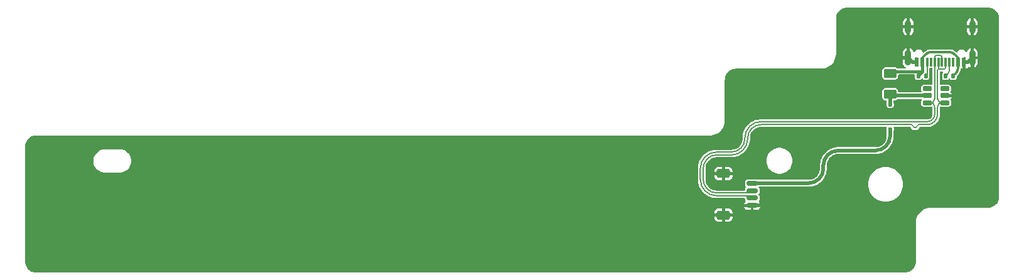
<source format=gbr>
%TF.GenerationSoftware,KiCad,Pcbnew,8.0.2*%
%TF.CreationDate,2024-11-08T17:25:48-08:00*%
%TF.ProjectId,gh80-5000-daughterboard,67683830-2d35-4303-9030-2d6461756768,rev?*%
%TF.SameCoordinates,Original*%
%TF.FileFunction,Copper,L1,Top*%
%TF.FilePolarity,Positive*%
%FSLAX46Y46*%
G04 Gerber Fmt 4.6, Leading zero omitted, Abs format (unit mm)*
G04 Created by KiCad (PCBNEW 8.0.2) date 2024-11-08 17:25:48*
%MOMM*%
%LPD*%
G01*
G04 APERTURE LIST*
G04 Aperture macros list*
%AMRoundRect*
0 Rectangle with rounded corners*
0 $1 Rounding radius*
0 $2 $3 $4 $5 $6 $7 $8 $9 X,Y pos of 4 corners*
0 Add a 4 corners polygon primitive as box body*
4,1,4,$2,$3,$4,$5,$6,$7,$8,$9,$2,$3,0*
0 Add four circle primitives for the rounded corners*
1,1,$1+$1,$2,$3*
1,1,$1+$1,$4,$5*
1,1,$1+$1,$6,$7*
1,1,$1+$1,$8,$9*
0 Add four rect primitives between the rounded corners*
20,1,$1+$1,$2,$3,$4,$5,0*
20,1,$1+$1,$4,$5,$6,$7,0*
20,1,$1+$1,$6,$7,$8,$9,0*
20,1,$1+$1,$8,$9,$2,$3,0*%
G04 Aperture macros list end*
%TA.AperFunction,SMDPad,CuDef*%
%ADD10RoundRect,0.250000X-0.625000X0.375000X-0.625000X-0.375000X0.625000X-0.375000X0.625000X0.375000X0*%
%TD*%
%TA.AperFunction,SMDPad,CuDef*%
%ADD11RoundRect,0.135000X0.135000X0.185000X-0.135000X0.185000X-0.135000X-0.185000X0.135000X-0.185000X0*%
%TD*%
%TA.AperFunction,SMDPad,CuDef*%
%ADD12R,0.600000X1.150000*%
%TD*%
%TA.AperFunction,SMDPad,CuDef*%
%ADD13R,0.300000X1.150000*%
%TD*%
%TA.AperFunction,ComponentPad*%
%ADD14O,0.900000X2.100000*%
%TD*%
%TA.AperFunction,ComponentPad*%
%ADD15O,0.900000X1.800000*%
%TD*%
%TA.AperFunction,SMDPad,CuDef*%
%ADD16RoundRect,0.150000X-0.625000X0.150000X-0.625000X-0.150000X0.625000X-0.150000X0.625000X0.150000X0*%
%TD*%
%TA.AperFunction,SMDPad,CuDef*%
%ADD17RoundRect,0.250000X-0.650000X0.350000X-0.650000X-0.350000X0.650000X-0.350000X0.650000X0.350000X0*%
%TD*%
%TA.AperFunction,SMDPad,CuDef*%
%ADD18RoundRect,0.135000X-0.135000X-0.185000X0.135000X-0.185000X0.135000X0.185000X-0.135000X0.185000X0*%
%TD*%
%TA.AperFunction,SMDPad,CuDef*%
%ADD19RoundRect,0.150000X0.475000X0.150000X-0.475000X0.150000X-0.475000X-0.150000X0.475000X-0.150000X0*%
%TD*%
%TA.AperFunction,ViaPad*%
%ADD20C,0.600000*%
%TD*%
%TA.AperFunction,Conductor*%
%ADD21C,0.200000*%
%TD*%
%TA.AperFunction,Conductor*%
%ADD22C,0.500000*%
%TD*%
%TA.AperFunction,Conductor*%
%ADD23C,0.400000*%
%TD*%
%TA.AperFunction,Conductor*%
%ADD24C,0.300000*%
%TD*%
G04 APERTURE END LIST*
D10*
%TO.P,F1,1*%
%TO.N,VBUS*%
X184000000Y-53800000D03*
%TO.P,F1,2*%
%TO.N,+5V*%
X184000000Y-56600000D03*
%TD*%
D11*
%TO.P,R11,1*%
%TO.N,Net-(J3-CC2)*%
X188810000Y-54150000D03*
%TO.P,R11,2*%
%TO.N,VBUS*%
X187790000Y-54150000D03*
%TD*%
D12*
%TO.P,J3,A1,GND*%
%TO.N,GND*%
X193950000Y-52247800D03*
%TO.P,J3,A4,VBUS*%
%TO.N,VBUS*%
X193149900Y-52247800D03*
D13*
%TO.P,J3,A5,CC1*%
%TO.N,Net-(J3-CC1)*%
X192000100Y-52247800D03*
%TO.P,J3,A6,D+*%
%TO.N,D+*%
X191000100Y-52247800D03*
%TO.P,J3,A7,D-*%
%TO.N,D-*%
X190499900Y-52247800D03*
%TO.P,J3,A8,SBU1*%
%TO.N,unconnected-(J3-SBU1-PadA8)*%
X189499900Y-52247800D03*
D12*
%TO.P,J3,A9,VBUS*%
%TO.N,VBUS*%
X188350100Y-52247800D03*
%TO.P,J3,A12,GND*%
%TO.N,GND*%
X187550000Y-52247800D03*
%TO.P,J3,B1,GND*%
X187550000Y-52247800D03*
%TO.P,J3,B4,VBUS*%
%TO.N,VBUS*%
X188350100Y-52247800D03*
D13*
%TO.P,J3,B5,CC2*%
%TO.N,Net-(J3-CC2)*%
X189000100Y-52247800D03*
%TO.P,J3,B6,D+*%
%TO.N,D+*%
X190000100Y-52247800D03*
%TO.P,J3,B7,D-*%
%TO.N,D-*%
X191499900Y-52247800D03*
%TO.P,J3,B8,SBU2*%
%TO.N,unconnected-(J3-SBU2-PadB8)*%
X192499900Y-52247800D03*
D12*
%TO.P,J3,B9,VBUS*%
%TO.N,VBUS*%
X193149900Y-52247800D03*
%TO.P,J3,B12,GND*%
%TO.N,GND*%
X193950000Y-52247800D03*
D14*
%TO.P,J3,S1,SHIELD*%
X195069900Y-51682600D03*
D15*
X195069900Y-47502800D03*
D14*
X186430100Y-51682600D03*
D15*
X186430100Y-47502800D03*
%TD*%
D16*
%TO.P,J1,1,Pin_1*%
%TO.N,+5V*%
X165400000Y-68600000D03*
%TO.P,J1,2,Pin_2*%
%TO.N,D-*%
X165400000Y-69600000D03*
%TO.P,J1,3,Pin_3*%
%TO.N,D+*%
X165400000Y-70600000D03*
%TO.P,J1,4,Pin_4*%
%TO.N,GND*%
X165400000Y-71600000D03*
D17*
%TO.P,J1,MP,MountPin*%
X161525000Y-67300000D03*
X161525000Y-72900000D03*
%TD*%
D18*
%TO.P,R13,1*%
%TO.N,Net-(J3-CC1)*%
X191490000Y-54150000D03*
%TO.P,R13,2*%
%TO.N,VBUS*%
X192510000Y-54150000D03*
%TD*%
D19*
%TO.P,U6,1,IO1*%
%TO.N,D-*%
X191375000Y-57750000D03*
%TO.P,U6,2,VN*%
%TO.N,GND*%
X191375000Y-56800000D03*
%TO.P,U6,3,IO2*%
%TO.N,unconnected-(U6-IO2-Pad3)*%
X191375000Y-55850000D03*
%TO.P,U6,4,IO3*%
%TO.N,unconnected-(U6-IO3-Pad4)*%
X189025000Y-55850000D03*
%TO.P,U6,5,VP*%
%TO.N,+5V*%
X189025000Y-56800000D03*
%TO.P,U6,6,IO4*%
%TO.N,D+*%
X189025000Y-57750000D03*
%TD*%
D20*
%TO.N,GND*%
X195050000Y-53250000D03*
X167200000Y-71600000D03*
X183137549Y-61356217D03*
X184815617Y-59659400D03*
X188900000Y-55000000D03*
X161500000Y-67300000D03*
X191300000Y-55000000D03*
X189200000Y-59000000D03*
X191100000Y-59000000D03*
X185300000Y-51700000D03*
X184824992Y-61374966D03*
X183193797Y-59640650D03*
X161500000Y-73000000D03*
%TO.N,+5V*%
X184000000Y-58000000D03*
X184000000Y-61300000D03*
%TD*%
D21*
%TO.N,D-*%
X160600000Y-69900000D02*
X165400000Y-69900000D01*
X158800000Y-66600000D02*
X158800000Y-68100000D01*
X165400000Y-69900000D02*
X165400000Y-69600000D01*
X187463441Y-61110000D02*
X187273441Y-61110000D01*
X186242247Y-60700000D02*
X166600000Y-60700000D01*
X190499900Y-53250000D02*
X190499900Y-52247800D01*
X190750001Y-57750000D02*
X191375000Y-57750000D01*
X164800000Y-62500000D02*
X164800000Y-62600000D01*
X190499900Y-52247800D02*
X190499900Y-53200200D01*
X190400100Y-53300000D02*
X190400100Y-57192992D01*
X190750001Y-57750000D02*
X190546546Y-57953455D01*
X162600000Y-64800000D02*
X160600000Y-64800000D01*
X190499900Y-53200200D02*
X190400100Y-53300000D01*
X190546547Y-57546546D02*
X190750001Y-57750000D01*
X190400100Y-58307008D02*
X190400100Y-59300000D01*
X186863441Y-60700000D02*
X186673441Y-60700000D01*
X191499900Y-52247800D02*
X191499900Y-52950000D01*
X186673441Y-60700000D02*
X186242247Y-60700000D01*
X189000100Y-60700000D02*
X187873441Y-60700000D01*
X191199900Y-53250000D02*
X190499900Y-53250000D01*
X190400100Y-57192992D02*
G75*
G03*
X190546543Y-57546550I500000J-8D01*
G01*
X190400100Y-59300000D02*
G75*
G02*
X189000100Y-60700000I-1400000J0D01*
G01*
X187873441Y-60700000D02*
G75*
G03*
X187668400Y-60905000I-41J-205000D01*
G01*
X187068441Y-60905000D02*
G75*
G03*
X186863441Y-60699959I-205041J0D01*
G01*
X187668441Y-60905000D02*
G75*
G02*
X187463441Y-61110041I-205041J0D01*
G01*
X158800000Y-68100000D02*
G75*
G03*
X160600000Y-69900000I1800000J0D01*
G01*
X166600000Y-60700000D02*
G75*
G03*
X164800000Y-62500000I0J-1800000D01*
G01*
X160600000Y-64800000D02*
G75*
G03*
X158800000Y-66600000I0J-1800000D01*
G01*
X191499900Y-52950000D02*
G75*
G02*
X191199900Y-53250000I-300000J0D01*
G01*
X164800000Y-62600000D02*
G75*
G02*
X162600000Y-64800000I-2200000J0D01*
G01*
X187273441Y-61110000D02*
G75*
G02*
X187068400Y-60905000I-41J205000D01*
G01*
X190546546Y-57953455D02*
G75*
G03*
X190400106Y-58307008I353554J-353545D01*
G01*
D22*
%TO.N,GND*%
X195069900Y-53230100D02*
X195050000Y-53250000D01*
X193950000Y-52247800D02*
X194504700Y-52247800D01*
X195069900Y-51682600D02*
X195069900Y-53230100D01*
X194504700Y-52247800D02*
X195069900Y-51682600D01*
X185300000Y-51682600D02*
X185300000Y-51700000D01*
X186995300Y-52247800D02*
X186430100Y-51682600D01*
X165400000Y-71600000D02*
X167200000Y-71600000D01*
D23*
X187550000Y-52247800D02*
X187550000Y-52450000D01*
D22*
X186430100Y-51682600D02*
X185300000Y-51682600D01*
X187550000Y-52247800D02*
X186995300Y-52247800D01*
D21*
%TO.N,D+*%
X165400000Y-70300000D02*
X165400000Y-70600000D01*
X188999999Y-60300000D02*
X166600000Y-60300000D01*
X190000100Y-52247800D02*
X190000100Y-51650000D01*
X189853653Y-57546346D02*
X189649999Y-57750000D01*
X189853552Y-57953553D02*
X189649999Y-57750000D01*
X160600000Y-70300000D02*
X165400000Y-70300000D01*
X164400000Y-62500000D02*
X164400000Y-62600000D01*
X191000100Y-51650000D02*
X191000100Y-52247800D01*
X158400000Y-66600000D02*
X158400000Y-68100000D01*
X190000100Y-52247800D02*
X190000100Y-57192792D01*
X189649999Y-57750000D02*
X189025000Y-57750000D01*
X189999999Y-59300000D02*
X189999999Y-58307107D01*
X162600000Y-64400000D02*
X160600000Y-64400000D01*
X190300100Y-51350000D02*
X190700100Y-51350000D01*
X189853653Y-57546346D02*
G75*
G03*
X190000094Y-57192792I-353553J353546D01*
G01*
X162600000Y-64400000D02*
G75*
G03*
X164400000Y-62600000I0J1800000D01*
G01*
X166600000Y-60300000D02*
G75*
G03*
X164400000Y-62500000I0J-2200000D01*
G01*
X160600000Y-64400000D02*
G75*
G03*
X158400000Y-66600000I0J-2200000D01*
G01*
X190700100Y-51350000D02*
G75*
G02*
X191000100Y-51650000I0J-300000D01*
G01*
X190300100Y-51350000D02*
G75*
G03*
X190000100Y-51650000I0J-300000D01*
G01*
X189999999Y-59300000D02*
G75*
G02*
X188999999Y-60299999I-999999J0D01*
G01*
X189999999Y-58307107D02*
G75*
G03*
X189853555Y-57953550I-499999J7D01*
G01*
X158400000Y-68100000D02*
G75*
G03*
X160600000Y-70300000I2200000J0D01*
G01*
D22*
%TO.N,+5V*%
X173000000Y-68600000D02*
X165400000Y-68600000D01*
X184000000Y-61800000D02*
X184000000Y-62200000D01*
X182000000Y-64200000D02*
X177000000Y-64200000D01*
X184000000Y-58000000D02*
X184000000Y-56600000D01*
X184000000Y-61800000D02*
X184000000Y-61300000D01*
X184000000Y-56600000D02*
X184000000Y-56800000D01*
X175000000Y-66200000D02*
X175000000Y-66600000D01*
X184000000Y-56800000D02*
X189025000Y-56800000D01*
X173000000Y-68600000D02*
G75*
G03*
X175000000Y-66600000I0J2000000D01*
G01*
X175000000Y-66200000D02*
G75*
G02*
X177000000Y-64200000I2000000J0D01*
G01*
X182000000Y-64200000D02*
G75*
G03*
X184000000Y-62200000I0J2000000D01*
G01*
D23*
%TO.N,VBUS*%
X184000000Y-53529554D02*
X184000000Y-53800000D01*
X188350100Y-53529554D02*
X187790000Y-54089654D01*
D24*
X193149900Y-51657905D02*
X193149900Y-52247800D01*
D23*
X188350100Y-52247800D02*
X188350100Y-53529554D01*
X187790000Y-54089654D02*
X187790000Y-54150000D01*
D24*
X193149900Y-52247800D02*
X193149900Y-53095886D01*
D23*
X188350100Y-53529554D02*
X184000000Y-53529554D01*
D24*
X192857007Y-53802993D02*
X192510000Y-54150000D01*
X192743467Y-51251472D02*
X193149900Y-51657905D01*
X188350100Y-52247800D02*
X188350100Y-51658105D01*
X188350100Y-51658105D02*
X188756733Y-51251472D01*
X189605261Y-50900000D02*
X191894939Y-50900000D01*
X193149900Y-53095886D02*
G75*
G02*
X192857014Y-53803000I-1000000J-14D01*
G01*
X188756733Y-51251472D02*
G75*
G02*
X189605261Y-50899973I848567J-848528D01*
G01*
X191894939Y-50900000D02*
G75*
G02*
X192743448Y-51251491I-39J-1200000D01*
G01*
D21*
%TO.N,Net-(J3-CC2)*%
X189000100Y-52247800D02*
X189000100Y-53959900D01*
X189000100Y-53959900D02*
X188810000Y-54150000D01*
%TO.N,Net-(J3-CC1)*%
X192000100Y-52247800D02*
X192000100Y-53225686D01*
X191707207Y-53932793D02*
X191490000Y-54150000D01*
X191707207Y-53932793D02*
G75*
G03*
X192000090Y-53225686I-707107J707093D01*
G01*
%TD*%
%TA.AperFunction,Conductor*%
%TO.N,GND*%
G36*
X183490698Y-61019407D02*
G01*
X183526662Y-61068907D01*
X183526662Y-61130093D01*
X183522560Y-61140627D01*
X183514834Y-61157543D01*
X183494353Y-61299997D01*
X183494353Y-61300002D01*
X183514833Y-61442454D01*
X183528276Y-61471887D01*
X183540553Y-61498771D01*
X183549500Y-61539897D01*
X183549500Y-62196460D01*
X183549248Y-62203523D01*
X183534233Y-62413453D01*
X183532223Y-62427434D01*
X183488238Y-62629629D01*
X183484258Y-62643182D01*
X183411949Y-62837051D01*
X183406081Y-62849900D01*
X183306915Y-63031508D01*
X183299279Y-63043390D01*
X183175279Y-63209035D01*
X183166029Y-63219711D01*
X183019711Y-63366029D01*
X183009035Y-63375279D01*
X182843390Y-63499279D01*
X182831508Y-63506915D01*
X182649900Y-63606081D01*
X182637051Y-63611949D01*
X182443182Y-63684258D01*
X182429629Y-63688238D01*
X182227434Y-63732223D01*
X182213453Y-63734233D01*
X182003523Y-63749248D01*
X181996460Y-63749500D01*
X176851760Y-63749500D01*
X176557489Y-63785232D01*
X176557473Y-63785234D01*
X176269641Y-63856178D01*
X175992445Y-63961305D01*
X175729942Y-64099077D01*
X175729941Y-64099078D01*
X175485982Y-64267470D01*
X175485954Y-64267492D01*
X175264081Y-64464055D01*
X175264055Y-64464081D01*
X175067492Y-64685954D01*
X175067470Y-64685982D01*
X174899078Y-64929941D01*
X174899077Y-64929942D01*
X174761305Y-65192445D01*
X174656178Y-65469641D01*
X174585234Y-65757473D01*
X174585232Y-65757489D01*
X174549500Y-66051760D01*
X174549500Y-66596460D01*
X174549248Y-66603523D01*
X174534233Y-66813453D01*
X174532223Y-66827434D01*
X174488238Y-67029629D01*
X174484258Y-67043182D01*
X174411949Y-67237051D01*
X174406081Y-67249900D01*
X174306915Y-67431508D01*
X174299279Y-67443390D01*
X174175279Y-67609035D01*
X174166029Y-67619711D01*
X174019711Y-67766029D01*
X174009035Y-67775279D01*
X173843390Y-67899279D01*
X173831508Y-67906915D01*
X173649900Y-68006081D01*
X173637051Y-68011949D01*
X173443182Y-68084258D01*
X173429629Y-68088238D01*
X173227434Y-68132223D01*
X173213453Y-68134233D01*
X173003523Y-68149248D01*
X172996460Y-68149500D01*
X166231268Y-68149500D01*
X166187788Y-68139441D01*
X166173023Y-68132223D01*
X166126393Y-68109427D01*
X166058260Y-68099500D01*
X164741740Y-68099500D01*
X164707673Y-68104463D01*
X164673604Y-68109427D01*
X164568518Y-68160801D01*
X164485801Y-68243518D01*
X164434427Y-68348604D01*
X164434427Y-68348607D01*
X164424500Y-68416740D01*
X164424500Y-68783260D01*
X164431118Y-68828682D01*
X164434427Y-68851395D01*
X164466185Y-68916356D01*
X164485802Y-68956483D01*
X164559317Y-69029998D01*
X164587093Y-69084513D01*
X164577522Y-69144945D01*
X164559318Y-69170000D01*
X164517725Y-69211594D01*
X164485801Y-69243518D01*
X164434427Y-69348604D01*
X164424500Y-69416743D01*
X164424500Y-69500500D01*
X164405593Y-69558691D01*
X164356093Y-69594655D01*
X164325500Y-69599500D01*
X160603540Y-69599500D01*
X160596477Y-69599248D01*
X160393662Y-69584742D01*
X160379681Y-69582732D01*
X160184457Y-69540264D01*
X160170904Y-69536284D01*
X159983715Y-69466466D01*
X159970875Y-69460602D01*
X159795525Y-69364854D01*
X159783643Y-69357218D01*
X159675789Y-69276479D01*
X159623707Y-69237491D01*
X159613033Y-69228243D01*
X159471756Y-69086966D01*
X159462506Y-69076290D01*
X159451277Y-69061290D01*
X159342781Y-68916356D01*
X159335145Y-68904474D01*
X159306162Y-68851395D01*
X159239394Y-68729118D01*
X159233537Y-68716292D01*
X159163713Y-68529088D01*
X159159737Y-68515549D01*
X159117265Y-68320308D01*
X159115258Y-68306345D01*
X159100752Y-68103522D01*
X159100500Y-68096460D01*
X159100500Y-67500001D01*
X160325000Y-67500001D01*
X160325000Y-67693064D01*
X160335613Y-67781443D01*
X160391080Y-67922095D01*
X160482435Y-68042564D01*
X160602904Y-68133919D01*
X160743556Y-68189386D01*
X160831935Y-68199999D01*
X160831942Y-68200000D01*
X161324999Y-68200000D01*
X161325000Y-68199999D01*
X161325000Y-67500001D01*
X161725000Y-67500001D01*
X161725000Y-68199999D01*
X161725001Y-68200000D01*
X162218058Y-68200000D01*
X162218064Y-68199999D01*
X162306443Y-68189386D01*
X162447095Y-68133919D01*
X162567564Y-68042564D01*
X162658919Y-67922095D01*
X162714386Y-67781443D01*
X162724999Y-67693064D01*
X162725000Y-67693058D01*
X162725000Y-67500001D01*
X162724999Y-67500000D01*
X161725001Y-67500000D01*
X161725000Y-67500001D01*
X161325000Y-67500001D01*
X161324999Y-67500000D01*
X160325001Y-67500000D01*
X160325000Y-67500001D01*
X159100500Y-67500001D01*
X159100500Y-66906935D01*
X160325000Y-66906935D01*
X160325000Y-67099999D01*
X160325001Y-67100000D01*
X161324999Y-67100000D01*
X161325000Y-67099999D01*
X161325000Y-66400001D01*
X161725000Y-66400001D01*
X161725000Y-67099999D01*
X161725001Y-67100000D01*
X162724999Y-67100000D01*
X162725000Y-67099999D01*
X162725000Y-66906941D01*
X162724999Y-66906935D01*
X162714386Y-66818556D01*
X162658919Y-66677904D01*
X162567564Y-66557435D01*
X162447095Y-66466080D01*
X162306443Y-66410613D01*
X162218064Y-66400000D01*
X161725001Y-66400000D01*
X161725000Y-66400001D01*
X161325000Y-66400001D01*
X161324999Y-66400000D01*
X160831935Y-66400000D01*
X160743556Y-66410613D01*
X160602904Y-66466080D01*
X160482435Y-66557435D01*
X160391080Y-66677904D01*
X160335613Y-66818556D01*
X160325000Y-66906935D01*
X159100500Y-66906935D01*
X159100500Y-66603539D01*
X159100752Y-66596477D01*
X159102374Y-66573800D01*
X159115258Y-66393652D01*
X159117265Y-66379693D01*
X159159737Y-66184447D01*
X159163711Y-66170914D01*
X159233539Y-65983701D01*
X159239391Y-65970886D01*
X159335150Y-65795516D01*
X159342777Y-65783648D01*
X159462515Y-65623698D01*
X159471749Y-65613040D01*
X159524754Y-65560035D01*
X167324592Y-65560035D01*
X167324592Y-65560040D01*
X167344197Y-65821663D01*
X167344198Y-65821669D01*
X167402580Y-66077457D01*
X167498429Y-66321674D01*
X167498438Y-66321693D01*
X167629610Y-66548889D01*
X167629620Y-66548903D01*
X167793185Y-66754008D01*
X167793196Y-66754020D01*
X167985514Y-66932465D01*
X167985516Y-66932466D01*
X167985521Y-66932471D01*
X168202296Y-67080266D01*
X168275662Y-67115597D01*
X168438674Y-67194100D01*
X168438676Y-67194100D01*
X168438677Y-67194101D01*
X168689385Y-67271434D01*
X168948818Y-67310538D01*
X168948823Y-67310538D01*
X169211177Y-67310538D01*
X169211182Y-67310538D01*
X169470615Y-67271434D01*
X169721323Y-67194101D01*
X169957704Y-67080266D01*
X170174479Y-66932471D01*
X170366805Y-66754019D01*
X170371415Y-66748239D01*
X170443732Y-66657556D01*
X170530386Y-66548895D01*
X170661568Y-66321681D01*
X170753858Y-66086530D01*
X170757419Y-66077457D01*
X170761792Y-66058297D01*
X170815802Y-65821668D01*
X170832413Y-65600000D01*
X170835408Y-65560040D01*
X170835408Y-65560035D01*
X170818555Y-65335145D01*
X170815802Y-65298408D01*
X170757420Y-65042622D01*
X170757419Y-65042621D01*
X170757419Y-65042618D01*
X170673439Y-64828643D01*
X170661568Y-64798395D01*
X170661563Y-64798386D01*
X170661561Y-64798382D01*
X170530389Y-64571186D01*
X170530388Y-64571185D01*
X170530386Y-64571181D01*
X170508567Y-64543821D01*
X170366814Y-64366067D01*
X170366803Y-64366055D01*
X170174485Y-64187610D01*
X170174482Y-64187608D01*
X170174479Y-64187605D01*
X169957704Y-64039810D01*
X169955524Y-64038760D01*
X169721325Y-63925975D01*
X169470619Y-63848643D01*
X169470616Y-63848642D01*
X169470615Y-63848642D01*
X169470610Y-63848641D01*
X169470609Y-63848641D01*
X169211185Y-63809538D01*
X169211182Y-63809538D01*
X168948818Y-63809538D01*
X168948814Y-63809538D01*
X168689390Y-63848641D01*
X168689380Y-63848643D01*
X168438674Y-63925975D01*
X168202303Y-64039806D01*
X168202299Y-64039808D01*
X168202296Y-64039810D01*
X167985521Y-64187605D01*
X167985514Y-64187610D01*
X167793196Y-64366055D01*
X167793185Y-64366067D01*
X167629620Y-64571172D01*
X167629610Y-64571186D01*
X167498438Y-64798382D01*
X167498429Y-64798401D01*
X167402580Y-65042618D01*
X167344198Y-65298406D01*
X167344197Y-65298412D01*
X167324592Y-65560035D01*
X159524754Y-65560035D01*
X159613040Y-65471749D01*
X159623698Y-65462515D01*
X159783648Y-65342777D01*
X159795516Y-65335150D01*
X159970886Y-65239391D01*
X159983701Y-65233539D01*
X160170914Y-65163711D01*
X160184447Y-65159737D01*
X160379693Y-65117265D01*
X160393652Y-65115258D01*
X160573568Y-65102390D01*
X160596478Y-65100752D01*
X160603540Y-65100500D01*
X162751248Y-65100500D01*
X162751252Y-65100500D01*
X162751256Y-65100499D01*
X162751263Y-65100499D01*
X162878403Y-65085060D01*
X163051551Y-65064037D01*
X163345266Y-64991643D01*
X163628113Y-64884373D01*
X163895967Y-64743792D01*
X164144924Y-64571950D01*
X164371352Y-64371352D01*
X164571950Y-64144924D01*
X164743792Y-63895967D01*
X164884373Y-63628113D01*
X164991643Y-63345266D01*
X165064037Y-63051551D01*
X165088750Y-62848019D01*
X165100499Y-62751263D01*
X165100500Y-62751248D01*
X165100500Y-62503539D01*
X165100752Y-62496477D01*
X165101225Y-62489856D01*
X165115258Y-62293652D01*
X165117265Y-62279693D01*
X165159737Y-62084447D01*
X165163711Y-62070914D01*
X165233539Y-61883701D01*
X165239391Y-61870886D01*
X165335150Y-61695516D01*
X165342777Y-61683648D01*
X165462515Y-61523698D01*
X165471749Y-61513040D01*
X165613040Y-61371749D01*
X165623698Y-61362515D01*
X165783648Y-61242777D01*
X165795516Y-61235150D01*
X165970886Y-61139391D01*
X165983701Y-61133539D01*
X166170914Y-61063711D01*
X166184447Y-61059737D01*
X166379693Y-61017265D01*
X166393652Y-61015258D01*
X166573568Y-61002390D01*
X166596478Y-61000752D01*
X166603540Y-61000500D01*
X166647595Y-61000500D01*
X183432507Y-61000500D01*
X183490698Y-61019407D01*
G37*
%TD.AperFunction*%
%TA.AperFunction,Conductor*%
G36*
X187500717Y-51580760D02*
G01*
X187501115Y-51580071D01*
X187637960Y-51659079D01*
X187637962Y-51659079D01*
X187637965Y-51659081D01*
X187676624Y-51669439D01*
X187727937Y-51702761D01*
X187749864Y-51759882D01*
X187750000Y-51765065D01*
X187750000Y-52348800D01*
X187731093Y-52406991D01*
X187681593Y-52442955D01*
X187651000Y-52447800D01*
X187006000Y-52447800D01*
X186947809Y-52428893D01*
X186911845Y-52379393D01*
X186907000Y-52348800D01*
X186907000Y-52146800D01*
X186925907Y-52088609D01*
X186975407Y-52052645D01*
X187006000Y-52047800D01*
X187349999Y-52047800D01*
X187350000Y-52047799D01*
X187350000Y-51663800D01*
X187368907Y-51605609D01*
X187418407Y-51569645D01*
X187479593Y-51569645D01*
X187500717Y-51580760D01*
G37*
%TD.AperFunction*%
%TA.AperFunction,Conductor*%
G36*
X197133985Y-44900539D02*
G01*
X197196331Y-44900538D01*
X197203416Y-44900791D01*
X197406964Y-44915398D01*
X197420985Y-44917421D01*
X197616889Y-44960189D01*
X197630480Y-44964194D01*
X197812315Y-45032272D01*
X197818266Y-45034500D01*
X197831150Y-45040407D01*
X198006968Y-45136811D01*
X198018862Y-45144487D01*
X198179121Y-45265019D01*
X198189806Y-45274324D01*
X198331204Y-45416501D01*
X198340452Y-45427240D01*
X198460091Y-45588148D01*
X198467710Y-45600094D01*
X198563143Y-45776439D01*
X198568980Y-45789356D01*
X198638252Y-45977525D01*
X198642184Y-45991144D01*
X198683871Y-46187271D01*
X198685818Y-46201312D01*
X198699276Y-46404513D01*
X198699490Y-46411601D01*
X198699126Y-46477459D01*
X198699500Y-46483402D01*
X198699500Y-70396460D01*
X198699248Y-70403523D01*
X198684742Y-70606339D01*
X198682732Y-70620320D01*
X198640263Y-70815546D01*
X198636283Y-70829099D01*
X198566465Y-71016286D01*
X198560597Y-71029135D01*
X198464848Y-71204484D01*
X198457211Y-71216367D01*
X198337483Y-71376303D01*
X198328233Y-71386978D01*
X198186961Y-71528247D01*
X198176286Y-71537497D01*
X198016348Y-71657223D01*
X198004465Y-71664860D01*
X197829109Y-71760609D01*
X197816260Y-71766476D01*
X197629078Y-71836289D01*
X197615525Y-71840269D01*
X197420298Y-71882735D01*
X197406316Y-71884745D01*
X197203064Y-71899278D01*
X197196003Y-71899530D01*
X197128023Y-71899530D01*
X197128007Y-71899531D01*
X197127612Y-71899531D01*
X197127505Y-71899538D01*
X189485955Y-71899538D01*
X189476070Y-71899509D01*
X189344698Y-71899128D01*
X189084100Y-71932698D01*
X188830148Y-72000057D01*
X188830142Y-72000059D01*
X188587172Y-72100053D01*
X188359358Y-72230967D01*
X188150627Y-72390547D01*
X188150626Y-72390548D01*
X187964559Y-72576051D01*
X187804345Y-72784300D01*
X187804341Y-72784306D01*
X187672747Y-73011702D01*
X187672739Y-73011717D01*
X187572010Y-73254378D01*
X187572008Y-73254385D01*
X187503879Y-73508132D01*
X187503878Y-73508139D01*
X187469516Y-73768632D01*
X187469508Y-73827979D01*
X187469500Y-73828123D01*
X187469500Y-79156460D01*
X187469248Y-79163523D01*
X187454742Y-79366339D01*
X187452732Y-79380320D01*
X187410263Y-79575546D01*
X187406283Y-79589099D01*
X187336465Y-79776286D01*
X187330597Y-79789135D01*
X187234848Y-79964484D01*
X187227211Y-79976367D01*
X187107483Y-80136303D01*
X187098233Y-80146978D01*
X186956961Y-80288247D01*
X186946286Y-80297497D01*
X186786348Y-80417223D01*
X186774465Y-80424860D01*
X186599109Y-80520609D01*
X186586260Y-80526476D01*
X186399078Y-80596289D01*
X186385525Y-80600269D01*
X186190298Y-80642735D01*
X186176316Y-80644745D01*
X185973064Y-80659278D01*
X185966003Y-80659530D01*
X185898023Y-80659530D01*
X185898007Y-80659531D01*
X185897612Y-80659531D01*
X185897505Y-80659538D01*
X68853518Y-80659538D01*
X68846454Y-80659286D01*
X68643632Y-80644776D01*
X68629651Y-80642765D01*
X68465285Y-80607008D01*
X68434438Y-80600297D01*
X68420890Y-80596320D01*
X68327289Y-80561408D01*
X68233692Y-80526497D01*
X68220844Y-80520629D01*
X68045498Y-80424881D01*
X68033616Y-80417245D01*
X68004129Y-80395171D01*
X67873671Y-80297511D01*
X67863018Y-80288281D01*
X67721726Y-80146990D01*
X67712484Y-80136323D01*
X67592759Y-79976391D01*
X67585122Y-79964508D01*
X67489371Y-79789157D01*
X67483503Y-79776309D01*
X67413678Y-79589108D01*
X67409704Y-79575572D01*
X67367234Y-79380351D01*
X67365224Y-79366372D01*
X67350752Y-79164080D01*
X67350500Y-79157016D01*
X67350500Y-73100001D01*
X160325000Y-73100001D01*
X160325000Y-73293064D01*
X160335613Y-73381443D01*
X160391080Y-73522095D01*
X160482435Y-73642564D01*
X160602904Y-73733919D01*
X160743556Y-73789386D01*
X160831935Y-73799999D01*
X160831942Y-73800000D01*
X161324999Y-73800000D01*
X161325000Y-73799999D01*
X161325000Y-73100001D01*
X161725000Y-73100001D01*
X161725000Y-73799999D01*
X161725001Y-73800000D01*
X162218058Y-73800000D01*
X162218064Y-73799999D01*
X162306443Y-73789386D01*
X162447095Y-73733919D01*
X162567564Y-73642564D01*
X162658919Y-73522095D01*
X162714386Y-73381443D01*
X162724999Y-73293064D01*
X162725000Y-73293058D01*
X162725000Y-73100001D01*
X162724999Y-73100000D01*
X161725001Y-73100000D01*
X161725000Y-73100001D01*
X161325000Y-73100001D01*
X161324999Y-73100000D01*
X160325001Y-73100000D01*
X160325000Y-73100001D01*
X67350500Y-73100001D01*
X67350500Y-72506935D01*
X160325000Y-72506935D01*
X160325000Y-72699999D01*
X160325001Y-72700000D01*
X161324999Y-72700000D01*
X161325000Y-72699999D01*
X161325000Y-72000001D01*
X161725000Y-72000001D01*
X161725000Y-72699999D01*
X161725001Y-72700000D01*
X162724999Y-72700000D01*
X162725000Y-72699999D01*
X162725000Y-72506941D01*
X162724999Y-72506935D01*
X162714386Y-72418556D01*
X162658919Y-72277904D01*
X162567564Y-72157435D01*
X162447095Y-72066080D01*
X162306443Y-72010613D01*
X162218064Y-72000000D01*
X161725001Y-72000000D01*
X161725000Y-72000001D01*
X161325000Y-72000001D01*
X161324999Y-72000000D01*
X160831935Y-72000000D01*
X160743556Y-72010613D01*
X160602904Y-72066080D01*
X160482435Y-72157435D01*
X160391080Y-72277904D01*
X160335613Y-72418556D01*
X160325000Y-72506935D01*
X67350500Y-72506935D01*
X67350500Y-71800001D01*
X164325001Y-71800001D01*
X164325001Y-71804203D01*
X164327850Y-71834600D01*
X164327850Y-71834602D01*
X164372654Y-71962647D01*
X164453207Y-72071790D01*
X164453209Y-72071792D01*
X164562352Y-72152345D01*
X164690398Y-72197149D01*
X164720789Y-72199999D01*
X165199998Y-72199999D01*
X165200000Y-72199998D01*
X165200000Y-71800001D01*
X165600000Y-71800001D01*
X165600000Y-72199998D01*
X165600001Y-72199999D01*
X166079203Y-72199999D01*
X166109600Y-72197149D01*
X166109602Y-72197149D01*
X166237647Y-72152345D01*
X166346790Y-72071792D01*
X166346792Y-72071790D01*
X166427345Y-71962647D01*
X166472149Y-71834601D01*
X166474999Y-71804211D01*
X166475000Y-71804210D01*
X166475000Y-71800001D01*
X166474999Y-71800000D01*
X165600001Y-71800000D01*
X165600000Y-71800001D01*
X165200000Y-71800001D01*
X165199999Y-71800000D01*
X164325002Y-71800000D01*
X164325001Y-71800001D01*
X67350500Y-71800001D01*
X67350500Y-65590704D01*
X76545142Y-65590704D01*
X76561249Y-65823419D01*
X76611991Y-66051113D01*
X76696219Y-66268632D01*
X76696224Y-66268642D01*
X76799244Y-66448736D01*
X76812053Y-66471127D01*
X76812057Y-66471134D01*
X76956866Y-66654000D01*
X76956869Y-66654003D01*
X77127411Y-66813154D01*
X77127414Y-66813156D01*
X77319850Y-66945004D01*
X77319853Y-66945005D01*
X77319854Y-66945006D01*
X77529838Y-67046577D01*
X77529847Y-67046581D01*
X77594588Y-67066633D01*
X77752673Y-67115597D01*
X77956644Y-67146465D01*
X77983311Y-67150501D01*
X77983317Y-67150502D01*
X77987061Y-67150503D01*
X78027254Y-67150515D01*
X78027595Y-67150538D01*
X78099954Y-67150538D01*
X78165846Y-67150540D01*
X78165849Y-67150538D01*
X78172728Y-67150539D01*
X78172757Y-67150538D01*
X80191817Y-67150538D01*
X80192932Y-67150464D01*
X80236147Y-67150466D01*
X80465939Y-67115836D01*
X80688003Y-67047345D01*
X80897378Y-66946520D01*
X81089388Y-66815616D01*
X81259742Y-66657555D01*
X81404634Y-66475870D01*
X81420300Y-66448736D01*
X158099500Y-66448736D01*
X158099500Y-68251263D01*
X158135961Y-68551539D01*
X158135963Y-68551555D01*
X158208355Y-68845260D01*
X158208356Y-68845263D01*
X158208357Y-68845266D01*
X158315627Y-69128113D01*
X158431350Y-69348604D01*
X158456210Y-69395971D01*
X158456211Y-69395972D01*
X158628039Y-69644909D01*
X158628044Y-69644915D01*
X158628050Y-69644924D01*
X158828648Y-69871352D01*
X159055076Y-70071950D01*
X159055086Y-70071957D01*
X159055090Y-70071960D01*
X159304027Y-70243788D01*
X159304028Y-70243789D01*
X159304030Y-70243790D01*
X159304033Y-70243792D01*
X159571887Y-70384373D01*
X159854734Y-70491643D01*
X160001591Y-70527840D01*
X160148444Y-70564036D01*
X160148445Y-70564036D01*
X160148449Y-70564037D01*
X160275600Y-70579476D01*
X160448736Y-70600499D01*
X160448743Y-70600499D01*
X160448748Y-70600500D01*
X160560438Y-70600500D01*
X164325500Y-70600500D01*
X164383691Y-70619407D01*
X164419655Y-70668907D01*
X164424500Y-70699500D01*
X164424500Y-70783260D01*
X164425481Y-70789993D01*
X164434427Y-70851395D01*
X164471033Y-70926273D01*
X164485802Y-70956483D01*
X164489421Y-70960102D01*
X164517197Y-71014617D01*
X164507626Y-71075049D01*
X164478206Y-71109758D01*
X164453211Y-71128205D01*
X164453207Y-71128209D01*
X164372654Y-71237352D01*
X164327850Y-71365398D01*
X164325000Y-71395788D01*
X164325000Y-71399999D01*
X164325001Y-71400000D01*
X166474998Y-71400000D01*
X166474999Y-71399999D01*
X166474999Y-71395796D01*
X166472149Y-71365399D01*
X166472149Y-71365397D01*
X166427345Y-71237352D01*
X166346792Y-71128209D01*
X166346790Y-71128207D01*
X166321794Y-71109759D01*
X166286202Y-71059991D01*
X166286660Y-70998807D01*
X166310581Y-70960099D01*
X166314198Y-70956483D01*
X166365573Y-70851393D01*
X166375500Y-70783260D01*
X166375500Y-70416740D01*
X166365573Y-70348607D01*
X166314198Y-70243517D01*
X166240682Y-70170001D01*
X166212907Y-70115487D01*
X166222478Y-70055055D01*
X166240681Y-70029999D01*
X166314198Y-69956483D01*
X166365573Y-69851393D01*
X166375500Y-69783260D01*
X166375500Y-69416740D01*
X166365573Y-69348607D01*
X166314198Y-69243517D01*
X166290182Y-69219501D01*
X166262407Y-69164987D01*
X166271978Y-69104555D01*
X166315243Y-69061290D01*
X166360188Y-69050500D01*
X173148224Y-69050500D01*
X173148228Y-69050500D01*
X173148232Y-69050499D01*
X173148239Y-69050499D01*
X173272837Y-69035369D01*
X173442522Y-69014766D01*
X173730364Y-68943820D01*
X174007555Y-68838695D01*
X174176478Y-68750037D01*
X181024457Y-68750037D01*
X181024457Y-68750038D01*
X181044608Y-69057495D01*
X181104721Y-69359703D01*
X181203764Y-69651471D01*
X181340040Y-69927811D01*
X181340044Y-69927817D01*
X181511214Y-70183991D01*
X181511217Y-70183995D01*
X181511222Y-70184002D01*
X181714380Y-70415658D01*
X181946036Y-70618816D01*
X181946043Y-70618821D01*
X181946046Y-70618823D01*
X182202220Y-70789993D01*
X182202226Y-70789997D01*
X182478566Y-70926273D01*
X182478568Y-70926273D01*
X182478573Y-70926276D01*
X182660576Y-70988057D01*
X182770334Y-71025316D01*
X182770336Y-71025316D01*
X182770341Y-71025318D01*
X183072540Y-71085429D01*
X183380000Y-71105581D01*
X183687460Y-71085429D01*
X183989659Y-71025318D01*
X184281427Y-70926276D01*
X184557772Y-70789998D01*
X184813964Y-70618816D01*
X185045620Y-70415658D01*
X185248778Y-70184002D01*
X185419960Y-69927810D01*
X185556238Y-69651465D01*
X185655280Y-69359697D01*
X185715391Y-69057498D01*
X185735543Y-68750038D01*
X185715391Y-68442578D01*
X185655280Y-68140379D01*
X185653022Y-68133728D01*
X185581182Y-67922095D01*
X185556238Y-67848611D01*
X185523114Y-67781443D01*
X185419960Y-67572267D01*
X185248778Y-67316074D01*
X185045620Y-67084418D01*
X184813964Y-66881260D01*
X184813957Y-66881255D01*
X184813953Y-66881252D01*
X184557779Y-66710082D01*
X184557773Y-66710078D01*
X184281433Y-66573802D01*
X183989665Y-66474759D01*
X183687457Y-66414646D01*
X183380000Y-66394495D01*
X183072542Y-66414646D01*
X182770334Y-66474759D01*
X182478566Y-66573802D01*
X182202229Y-66710077D01*
X181946036Y-66881259D01*
X181946035Y-66881260D01*
X181916753Y-66906941D01*
X181714382Y-67084416D01*
X181714378Y-67084420D01*
X181656414Y-67150515D01*
X181550371Y-67271434D01*
X181511223Y-67316073D01*
X181511221Y-67316074D01*
X181340039Y-67572267D01*
X181203764Y-67848604D01*
X181104721Y-68140372D01*
X181044608Y-68442580D01*
X181024457Y-68750037D01*
X174176478Y-68750037D01*
X174270053Y-68700925D01*
X174514032Y-68532519D01*
X174735932Y-68335932D01*
X174932519Y-68114032D01*
X175100925Y-67870053D01*
X175238695Y-67607555D01*
X175343820Y-67330364D01*
X175414766Y-67042522D01*
X175440883Y-66827434D01*
X175450499Y-66748239D01*
X175450500Y-66748224D01*
X175450500Y-66203539D01*
X175450752Y-66196477D01*
X175454109Y-66149538D01*
X175465767Y-65986536D01*
X175467774Y-65972577D01*
X175511763Y-65770360D01*
X175515737Y-65756827D01*
X175588053Y-65562940D01*
X175593914Y-65550106D01*
X175693089Y-65368481D01*
X175700713Y-65356618D01*
X175824725Y-65190957D01*
X175833963Y-65180295D01*
X175980295Y-65033963D01*
X175990957Y-65024725D01*
X176156618Y-64900713D01*
X176168481Y-64893089D01*
X176350106Y-64793914D01*
X176362940Y-64788053D01*
X176556827Y-64715737D01*
X176570360Y-64711763D01*
X176772577Y-64667774D01*
X176786536Y-64665767D01*
X176972880Y-64652439D01*
X176996478Y-64650752D01*
X177003540Y-64650500D01*
X182148224Y-64650500D01*
X182148228Y-64650500D01*
X182148232Y-64650499D01*
X182148239Y-64650499D01*
X182272837Y-64635369D01*
X182442522Y-64614766D01*
X182730364Y-64543820D01*
X183007555Y-64438695D01*
X183270053Y-64300925D01*
X183514032Y-64132519D01*
X183735932Y-63935932D01*
X183932519Y-63714032D01*
X184100925Y-63470053D01*
X184238695Y-63207555D01*
X184343820Y-62930364D01*
X184414766Y-62642522D01*
X184440883Y-62427434D01*
X184450499Y-62348239D01*
X184450500Y-62348224D01*
X184450500Y-61539897D01*
X184459446Y-61498771D01*
X184485165Y-61442457D01*
X184485165Y-61442455D01*
X184485166Y-61442454D01*
X184505647Y-61300002D01*
X184505647Y-61299997D01*
X184485165Y-61157543D01*
X184477440Y-61140627D01*
X184470465Y-61079840D01*
X184500551Y-61026563D01*
X184556207Y-61001145D01*
X184567493Y-61000500D01*
X186202685Y-61000500D01*
X186633879Y-61000500D01*
X186697750Y-61000500D01*
X186755941Y-61019407D01*
X186791152Y-61067871D01*
X186791416Y-61067779D01*
X186791723Y-61068656D01*
X186791905Y-61068907D01*
X186792254Y-61070175D01*
X186793253Y-61073029D01*
X186827590Y-61144319D01*
X186842692Y-61175675D01*
X186913731Y-61264740D01*
X186913732Y-61264741D01*
X186913731Y-61264741D01*
X186957958Y-61300002D01*
X187002811Y-61335763D01*
X187105463Y-61385179D01*
X187216538Y-61410511D01*
X187273501Y-61410500D01*
X187408108Y-61410500D01*
X187408260Y-61410511D01*
X187415905Y-61410509D01*
X187415907Y-61410510D01*
X187422439Y-61410508D01*
X187422561Y-61410547D01*
X187463501Y-61410539D01*
X187463501Y-61410541D01*
X187520455Y-61410531D01*
X187631502Y-61385165D01*
X187734121Y-61335728D01*
X187823169Y-61264698D01*
X187894182Y-61175635D01*
X187943598Y-61073006D01*
X187943598Y-61073002D01*
X187943601Y-61072998D01*
X187945436Y-61067755D01*
X187947884Y-61068611D01*
X187973923Y-61024979D01*
X188030172Y-61000903D01*
X188039097Y-61000500D01*
X189121727Y-61000500D01*
X189255482Y-60981268D01*
X189362491Y-60965883D01*
X189595882Y-60897353D01*
X189817145Y-60796306D01*
X190021775Y-60664798D01*
X190205607Y-60505507D01*
X190364898Y-60321675D01*
X190496406Y-60117045D01*
X190597453Y-59895782D01*
X190665983Y-59662391D01*
X190681368Y-59555382D01*
X190700600Y-59421627D01*
X190700600Y-58354601D01*
X190700601Y-58354598D01*
X190700600Y-58340764D01*
X190719505Y-58282575D01*
X190769003Y-58246609D01*
X190813872Y-58242797D01*
X190866740Y-58250500D01*
X190866741Y-58250500D01*
X191883257Y-58250500D01*
X191883260Y-58250500D01*
X191951393Y-58240573D01*
X192056483Y-58189198D01*
X192139198Y-58106483D01*
X192190573Y-58001393D01*
X192200500Y-57933260D01*
X192200500Y-57566740D01*
X192190573Y-57498607D01*
X192140351Y-57395877D01*
X192131780Y-57335296D01*
X192160455Y-57281246D01*
X192170510Y-57272737D01*
X192171791Y-57271791D01*
X192171792Y-57271790D01*
X192252345Y-57162647D01*
X192297149Y-57034601D01*
X192299999Y-57004211D01*
X192300000Y-57004210D01*
X192300000Y-57000001D01*
X192299999Y-57000000D01*
X191274000Y-57000000D01*
X191215809Y-56981093D01*
X191179845Y-56931593D01*
X191175000Y-56901000D01*
X191175000Y-56699000D01*
X191193907Y-56640809D01*
X191243407Y-56604845D01*
X191274000Y-56600000D01*
X192299998Y-56600000D01*
X192299999Y-56599999D01*
X192299999Y-56595796D01*
X192297149Y-56565399D01*
X192297149Y-56565397D01*
X192252345Y-56437352D01*
X192171792Y-56328209D01*
X192171789Y-56328206D01*
X192170503Y-56327257D01*
X192169656Y-56326073D01*
X192166545Y-56322962D01*
X192167061Y-56322445D01*
X192134911Y-56277489D01*
X192135369Y-56216305D01*
X192140348Y-56204129D01*
X192190573Y-56101393D01*
X192200500Y-56033260D01*
X192200500Y-55666740D01*
X192190573Y-55598607D01*
X192139198Y-55493517D01*
X192056483Y-55410802D01*
X192049399Y-55407339D01*
X191951395Y-55359427D01*
X191924139Y-55355456D01*
X191883260Y-55349500D01*
X190866740Y-55349500D01*
X190813872Y-55357202D01*
X190753565Y-55346883D01*
X190710840Y-55303085D01*
X190700600Y-55259237D01*
X190700600Y-53649500D01*
X190719507Y-53591309D01*
X190769007Y-53555345D01*
X190799600Y-53550500D01*
X191056024Y-53550500D01*
X191114215Y-53569407D01*
X191150179Y-53618907D01*
X191150179Y-53680093D01*
X191126029Y-53719501D01*
X191075935Y-53769596D01*
X191075933Y-53769598D01*
X191025932Y-53876824D01*
X191025932Y-53876825D01*
X191019500Y-53925685D01*
X191019500Y-54374314D01*
X191025932Y-54423174D01*
X191025932Y-54423175D01*
X191075933Y-54530401D01*
X191075934Y-54530402D01*
X191075935Y-54530404D01*
X191159596Y-54614065D01*
X191159597Y-54614065D01*
X191159598Y-54614066D01*
X191266824Y-54664067D01*
X191266825Y-54664067D01*
X191266827Y-54664068D01*
X191315684Y-54670500D01*
X191315685Y-54670500D01*
X191664314Y-54670500D01*
X191664316Y-54670500D01*
X191713173Y-54664068D01*
X191820404Y-54614065D01*
X191904065Y-54530404D01*
X191910275Y-54517085D01*
X191952003Y-54472337D01*
X192012064Y-54460662D01*
X192067517Y-54486519D01*
X192089724Y-54517084D01*
X192095935Y-54530404D01*
X192179596Y-54614065D01*
X192179597Y-54614065D01*
X192179598Y-54614066D01*
X192286824Y-54664067D01*
X192286825Y-54664067D01*
X192286827Y-54664068D01*
X192335684Y-54670500D01*
X192335685Y-54670500D01*
X192684314Y-54670500D01*
X192684316Y-54670500D01*
X192733173Y-54664068D01*
X192840404Y-54614065D01*
X192924065Y-54530404D01*
X192974068Y-54423173D01*
X192980500Y-54374316D01*
X192980500Y-54216188D01*
X192999407Y-54157997D01*
X193009492Y-54146189D01*
X193057446Y-54098234D01*
X193057455Y-54098228D01*
X193068177Y-54087506D01*
X193075844Y-54079838D01*
X193075868Y-54079825D01*
X193104856Y-54050837D01*
X193104857Y-54050838D01*
X193167448Y-53988247D01*
X193275218Y-53847795D01*
X193363733Y-53694479D01*
X193431479Y-53530920D01*
X193477296Y-53359918D01*
X193497241Y-53208402D01*
X193523580Y-53153179D01*
X193577350Y-53123983D01*
X193602320Y-53123142D01*
X193602350Y-53122635D01*
X193605204Y-53122799D01*
X193750000Y-53122799D01*
X193750000Y-52447801D01*
X193749999Y-52447800D01*
X193749400Y-52447800D01*
X193691209Y-52428893D01*
X193655245Y-52379393D01*
X193650400Y-52348800D01*
X193650400Y-52146800D01*
X193669307Y-52088609D01*
X193718807Y-52052645D01*
X193749400Y-52047800D01*
X193749999Y-52047800D01*
X193750000Y-52047799D01*
X193750000Y-51765118D01*
X193768907Y-51706927D01*
X193818407Y-51670963D01*
X193823332Y-51669504D01*
X193862235Y-51659081D01*
X193993465Y-51583315D01*
X193993465Y-51583314D01*
X193999085Y-51580070D01*
X194000229Y-51582052D01*
X194048385Y-51564988D01*
X194107055Y-51582351D01*
X194144314Y-51630884D01*
X194150000Y-51663953D01*
X194150000Y-53122798D01*
X194150001Y-53122799D01*
X194294790Y-53122799D01*
X194294791Y-53122798D01*
X194319874Y-53119890D01*
X194422477Y-53074586D01*
X194501787Y-52995276D01*
X194519062Y-52956152D01*
X194559862Y-52910556D01*
X194619671Y-52897650D01*
X194664628Y-52913823D01*
X194714642Y-52947241D01*
X194851131Y-53003777D01*
X194869900Y-53007509D01*
X194869900Y-52456865D01*
X194885695Y-52472660D01*
X194954104Y-52512156D01*
X195030404Y-52532600D01*
X195109396Y-52532600D01*
X195185696Y-52512156D01*
X195254105Y-52472660D01*
X195269900Y-52456865D01*
X195269900Y-53007509D01*
X195288668Y-53003777D01*
X195425157Y-52947241D01*
X195547993Y-52865165D01*
X195652465Y-52760693D01*
X195734541Y-52637857D01*
X195791076Y-52501370D01*
X195791078Y-52501364D01*
X195819899Y-52356471D01*
X195819900Y-52356467D01*
X195819900Y-51882601D01*
X195819899Y-51882600D01*
X195369900Y-51882600D01*
X195369900Y-51482600D01*
X195819899Y-51482600D01*
X195819900Y-51482599D01*
X195819900Y-51008732D01*
X195819899Y-51008728D01*
X195791078Y-50863835D01*
X195791076Y-50863829D01*
X195734541Y-50727342D01*
X195652465Y-50604506D01*
X195547993Y-50500034D01*
X195425157Y-50417958D01*
X195288670Y-50361423D01*
X195288664Y-50361421D01*
X195269900Y-50357689D01*
X195269900Y-50908335D01*
X195254105Y-50892540D01*
X195185696Y-50853044D01*
X195109396Y-50832600D01*
X195030404Y-50832600D01*
X194954104Y-50853044D01*
X194885695Y-50892540D01*
X194869900Y-50908335D01*
X194869900Y-50357689D01*
X194851135Y-50361421D01*
X194851129Y-50361423D01*
X194714642Y-50417958D01*
X194591806Y-50500034D01*
X194487334Y-50604506D01*
X194405258Y-50727342D01*
X194348721Y-50863834D01*
X194348325Y-50865141D01*
X194347968Y-50865652D01*
X194346861Y-50868326D01*
X194346274Y-50868082D01*
X194313335Y-50915335D01*
X194255525Y-50935376D01*
X194196976Y-50917610D01*
X194167854Y-50885895D01*
X194100618Y-50769439D01*
X194100616Y-50769437D01*
X194100615Y-50769435D01*
X193993465Y-50662285D01*
X193993462Y-50662283D01*
X193993460Y-50662281D01*
X193862238Y-50586520D01*
X193862240Y-50586520D01*
X193805447Y-50571303D01*
X193715866Y-50547300D01*
X193564334Y-50547300D01*
X193474752Y-50571303D01*
X193417960Y-50586520D01*
X193286739Y-50662281D01*
X193179581Y-50769439D01*
X193103820Y-50900661D01*
X193103819Y-50900664D01*
X193102654Y-50905011D01*
X193069326Y-50956323D01*
X193012203Y-50978246D01*
X192953103Y-50962405D01*
X192937022Y-50949381D01*
X192919440Y-50931798D01*
X192919439Y-50931797D01*
X192919437Y-50931795D01*
X192758193Y-50808062D01*
X192758188Y-50808059D01*
X192758184Y-50808056D01*
X192582181Y-50706434D01*
X192394407Y-50628650D01*
X192394394Y-50628646D01*
X192198084Y-50576038D01*
X192198083Y-50576037D01*
X191996570Y-50549502D01*
X191996574Y-50549502D01*
X191945980Y-50549501D01*
X191945958Y-50549500D01*
X191941083Y-50549500D01*
X191894951Y-50549500D01*
X191894943Y-50549499D01*
X191839437Y-50549498D01*
X191839436Y-50549498D01*
X191831471Y-50549498D01*
X191831447Y-50549500D01*
X189668753Y-50549500D01*
X189668729Y-50549498D01*
X189646281Y-50549498D01*
X189646200Y-50549472D01*
X189503625Y-50549475D01*
X189302113Y-50576011D01*
X189105788Y-50628623D01*
X188918009Y-50706408D01*
X188741992Y-50808039D01*
X188580748Y-50931772D01*
X188563166Y-50949355D01*
X188508649Y-50977132D01*
X188448217Y-50967561D01*
X188404952Y-50924296D01*
X188397535Y-50904973D01*
X188396970Y-50902865D01*
X188396381Y-50900665D01*
X188377710Y-50868326D01*
X188320618Y-50769439D01*
X188320616Y-50769437D01*
X188320615Y-50769435D01*
X188213465Y-50662285D01*
X188213462Y-50662283D01*
X188213460Y-50662281D01*
X188082238Y-50586520D01*
X188082240Y-50586520D01*
X188025447Y-50571303D01*
X187935866Y-50547300D01*
X187784334Y-50547300D01*
X187694752Y-50571303D01*
X187637960Y-50586520D01*
X187506739Y-50662281D01*
X187399583Y-50769437D01*
X187332214Y-50886123D01*
X187286744Y-50927063D01*
X187225894Y-50933458D01*
X187172906Y-50902865D01*
X187153363Y-50868233D01*
X187153139Y-50868326D01*
X187152374Y-50866480D01*
X187151740Y-50865356D01*
X187151278Y-50863834D01*
X187094741Y-50727342D01*
X187012665Y-50604506D01*
X186908193Y-50500034D01*
X186785357Y-50417958D01*
X186648870Y-50361423D01*
X186648864Y-50361421D01*
X186630100Y-50357689D01*
X186630100Y-50908335D01*
X186614305Y-50892540D01*
X186545896Y-50853044D01*
X186469596Y-50832600D01*
X186390604Y-50832600D01*
X186314304Y-50853044D01*
X186245895Y-50892540D01*
X186230100Y-50908335D01*
X186230100Y-50357689D01*
X186211335Y-50361421D01*
X186211329Y-50361423D01*
X186074842Y-50417958D01*
X185952006Y-50500034D01*
X185847534Y-50604506D01*
X185765458Y-50727342D01*
X185708923Y-50863829D01*
X185708921Y-50863835D01*
X185680100Y-51008728D01*
X185680100Y-51482599D01*
X185680101Y-51482600D01*
X186130100Y-51482600D01*
X186130100Y-51882600D01*
X185680101Y-51882600D01*
X185680100Y-51882601D01*
X185680100Y-52356471D01*
X185708921Y-52501364D01*
X185708923Y-52501370D01*
X185765458Y-52637857D01*
X185847534Y-52760693D01*
X185952006Y-52865165D01*
X186075586Y-52947738D01*
X186113466Y-52995788D01*
X186115868Y-53056926D01*
X186081876Y-53107800D01*
X186024472Y-53128978D01*
X186020585Y-53129054D01*
X185014362Y-53129054D01*
X184956171Y-53110147D01*
X184950652Y-53105434D01*
X184837883Y-53022207D01*
X184709703Y-52977355D01*
X184709694Y-52977353D01*
X184679274Y-52974500D01*
X184679266Y-52974500D01*
X183320734Y-52974500D01*
X183320725Y-52974500D01*
X183290305Y-52977353D01*
X183290296Y-52977355D01*
X183162116Y-53022207D01*
X183052855Y-53102845D01*
X183052845Y-53102855D01*
X182972207Y-53212116D01*
X182927355Y-53340296D01*
X182927353Y-53340305D01*
X182924500Y-53370725D01*
X182924500Y-54229274D01*
X182927353Y-54259694D01*
X182927355Y-54259703D01*
X182972207Y-54387883D01*
X183052845Y-54497144D01*
X183052847Y-54497146D01*
X183052850Y-54497150D01*
X183052853Y-54497152D01*
X183052855Y-54497154D01*
X183162116Y-54577792D01*
X183162117Y-54577792D01*
X183162118Y-54577793D01*
X183290301Y-54622646D01*
X183320725Y-54625499D01*
X183320727Y-54625500D01*
X183320734Y-54625500D01*
X184679273Y-54625500D01*
X184679273Y-54625499D01*
X184709699Y-54622646D01*
X184837882Y-54577793D01*
X184947150Y-54497150D01*
X185027793Y-54387882D01*
X185072646Y-54259699D01*
X185075499Y-54229273D01*
X185075500Y-54229273D01*
X185075500Y-54029054D01*
X185094407Y-53970863D01*
X185143907Y-53934899D01*
X185174500Y-53930054D01*
X187220500Y-53930054D01*
X187278691Y-53948961D01*
X187314655Y-53998461D01*
X187319500Y-54029054D01*
X187319500Y-54374314D01*
X187325932Y-54423174D01*
X187325932Y-54423175D01*
X187375933Y-54530401D01*
X187375934Y-54530402D01*
X187375935Y-54530404D01*
X187459596Y-54614065D01*
X187459597Y-54614065D01*
X187459598Y-54614066D01*
X187566824Y-54664067D01*
X187566825Y-54664067D01*
X187566827Y-54664068D01*
X187615684Y-54670500D01*
X187615685Y-54670500D01*
X187964314Y-54670500D01*
X187964316Y-54670500D01*
X188013173Y-54664068D01*
X188120404Y-54614065D01*
X188204065Y-54530404D01*
X188210275Y-54517085D01*
X188252003Y-54472337D01*
X188312064Y-54460662D01*
X188367517Y-54486519D01*
X188389724Y-54517084D01*
X188395935Y-54530404D01*
X188479596Y-54614065D01*
X188479597Y-54614065D01*
X188479598Y-54614066D01*
X188586824Y-54664067D01*
X188586825Y-54664067D01*
X188586827Y-54664068D01*
X188635684Y-54670500D01*
X188635685Y-54670500D01*
X188984314Y-54670500D01*
X188984316Y-54670500D01*
X189033173Y-54664068D01*
X189140404Y-54614065D01*
X189224065Y-54530404D01*
X189274068Y-54423173D01*
X189280500Y-54374316D01*
X189280500Y-54087506D01*
X189283874Y-54061881D01*
X189292671Y-54029054D01*
X189300600Y-53999462D01*
X189300600Y-53122300D01*
X189319507Y-53064109D01*
X189369007Y-53028145D01*
X189399600Y-53023300D01*
X189600600Y-53023300D01*
X189658791Y-53042207D01*
X189694755Y-53091707D01*
X189699600Y-53122300D01*
X189699600Y-55259266D01*
X189680693Y-55317457D01*
X189631193Y-55353421D01*
X189586327Y-55357231D01*
X189533260Y-55349500D01*
X188516740Y-55349500D01*
X188489829Y-55353421D01*
X188448604Y-55359427D01*
X188343518Y-55410801D01*
X188260801Y-55493518D01*
X188209427Y-55598604D01*
X188209427Y-55598607D01*
X188199500Y-55666740D01*
X188199500Y-56033260D01*
X188209427Y-56101393D01*
X188260802Y-56206483D01*
X188260803Y-56206484D01*
X188261065Y-56207019D01*
X188269636Y-56267601D01*
X188240961Y-56321651D01*
X188185993Y-56348524D01*
X188172124Y-56349500D01*
X185174500Y-56349500D01*
X185116309Y-56330593D01*
X185080345Y-56281093D01*
X185075500Y-56250500D01*
X185075500Y-56170727D01*
X185075499Y-56170725D01*
X185072646Y-56140305D01*
X185072646Y-56140301D01*
X185027793Y-56012118D01*
X184947150Y-55902850D01*
X184947146Y-55902847D01*
X184947144Y-55902845D01*
X184837883Y-55822207D01*
X184709703Y-55777355D01*
X184709694Y-55777353D01*
X184679274Y-55774500D01*
X184679266Y-55774500D01*
X183320734Y-55774500D01*
X183320725Y-55774500D01*
X183290305Y-55777353D01*
X183290296Y-55777355D01*
X183162116Y-55822207D01*
X183052855Y-55902845D01*
X183052845Y-55902855D01*
X182972207Y-56012116D01*
X182927355Y-56140296D01*
X182927353Y-56140305D01*
X182924500Y-56170725D01*
X182924500Y-57029274D01*
X182927353Y-57059694D01*
X182927355Y-57059703D01*
X182972207Y-57187883D01*
X183052845Y-57297144D01*
X183052847Y-57297146D01*
X183052850Y-57297150D01*
X183052853Y-57297152D01*
X183052855Y-57297154D01*
X183162116Y-57377792D01*
X183162117Y-57377792D01*
X183162118Y-57377793D01*
X183290301Y-57422646D01*
X183320725Y-57425499D01*
X183320727Y-57425500D01*
X183320734Y-57425500D01*
X183450500Y-57425500D01*
X183508691Y-57444407D01*
X183544655Y-57493907D01*
X183549500Y-57524500D01*
X183549500Y-57760102D01*
X183540553Y-57801229D01*
X183514834Y-57857543D01*
X183494353Y-57999997D01*
X183494353Y-58000002D01*
X183514834Y-58142456D01*
X183560653Y-58242783D01*
X183574623Y-58273373D01*
X183645007Y-58354601D01*
X183668873Y-58382144D01*
X183789942Y-58459950D01*
X183789947Y-58459953D01*
X183896403Y-58491211D01*
X183928035Y-58500499D01*
X183928036Y-58500499D01*
X183928039Y-58500500D01*
X183928041Y-58500500D01*
X184071959Y-58500500D01*
X184071961Y-58500500D01*
X184210053Y-58459953D01*
X184331128Y-58382143D01*
X184425377Y-58273373D01*
X184485165Y-58142457D01*
X184491992Y-58094971D01*
X184505647Y-58000002D01*
X184505647Y-57999997D01*
X184485165Y-57857543D01*
X184459447Y-57801229D01*
X184450500Y-57760102D01*
X184450500Y-57524500D01*
X184469407Y-57466309D01*
X184518907Y-57430345D01*
X184549500Y-57425500D01*
X184679273Y-57425500D01*
X184679273Y-57425499D01*
X184709699Y-57422646D01*
X184837882Y-57377793D01*
X184947150Y-57297150D01*
X184951902Y-57290710D01*
X185001671Y-57255119D01*
X185031557Y-57250500D01*
X188172124Y-57250500D01*
X188230315Y-57269407D01*
X188266279Y-57318907D01*
X188266279Y-57380093D01*
X188261065Y-57392981D01*
X188260803Y-57393515D01*
X188260802Y-57393517D01*
X188246563Y-57422644D01*
X188209427Y-57498605D01*
X188209427Y-57498607D01*
X188199500Y-57566740D01*
X188199500Y-57933260D01*
X188206118Y-57978682D01*
X188209427Y-58001395D01*
X188260801Y-58106481D01*
X188260802Y-58106483D01*
X188343517Y-58189198D01*
X188380658Y-58207355D01*
X188448604Y-58240572D01*
X188448605Y-58240572D01*
X188448607Y-58240573D01*
X188516740Y-58250500D01*
X188516743Y-58250500D01*
X189533259Y-58250500D01*
X189533260Y-58250500D01*
X189586223Y-58242783D01*
X189646532Y-58253102D01*
X189689258Y-58296899D01*
X189699498Y-58340748D01*
X189699498Y-58362669D01*
X189699499Y-58362682D01*
X189699499Y-59295138D01*
X189699022Y-59304842D01*
X189687013Y-59426762D01*
X189683227Y-59445796D01*
X189649083Y-59558354D01*
X189641656Y-59576285D01*
X189586207Y-59680022D01*
X189575425Y-59696158D01*
X189500805Y-59787083D01*
X189487082Y-59800806D01*
X189396158Y-59875425D01*
X189380021Y-59886207D01*
X189276283Y-59941656D01*
X189258353Y-59949083D01*
X189145795Y-59983227D01*
X189126761Y-59987013D01*
X189004831Y-59999023D01*
X188995127Y-59999500D01*
X166448736Y-59999500D01*
X166148460Y-60035961D01*
X166148444Y-60035963D01*
X165854739Y-60108355D01*
X165571887Y-60215627D01*
X165304028Y-60356210D01*
X165304027Y-60356211D01*
X165055090Y-60528039D01*
X165055071Y-60528054D01*
X164828653Y-60728643D01*
X164828643Y-60728653D01*
X164628054Y-60955071D01*
X164628039Y-60955090D01*
X164456211Y-61204027D01*
X164456210Y-61204028D01*
X164315627Y-61471887D01*
X164208355Y-61754739D01*
X164135963Y-62048444D01*
X164135961Y-62048460D01*
X164099500Y-62348736D01*
X164099500Y-62596460D01*
X164099248Y-62603523D01*
X164084742Y-62806337D01*
X164082732Y-62820318D01*
X164040264Y-63015542D01*
X164036284Y-63029095D01*
X163966466Y-63216284D01*
X163960598Y-63229133D01*
X163864854Y-63404474D01*
X163857218Y-63416356D01*
X163737493Y-63576290D01*
X163728243Y-63586966D01*
X163586966Y-63728243D01*
X163576290Y-63737493D01*
X163416356Y-63857218D01*
X163404474Y-63864854D01*
X163229133Y-63960598D01*
X163216284Y-63966466D01*
X163029095Y-64036284D01*
X163015542Y-64040264D01*
X162820318Y-64082732D01*
X162806337Y-64084742D01*
X162603523Y-64099248D01*
X162596460Y-64099500D01*
X160448736Y-64099500D01*
X160148460Y-64135961D01*
X160148444Y-64135963D01*
X159854739Y-64208355D01*
X159571887Y-64315627D01*
X159304028Y-64456210D01*
X159304027Y-64456211D01*
X159055090Y-64628039D01*
X159055071Y-64628054D01*
X158828653Y-64828643D01*
X158828643Y-64828653D01*
X158628054Y-65055071D01*
X158628039Y-65055090D01*
X158456211Y-65304027D01*
X158456210Y-65304028D01*
X158315627Y-65571887D01*
X158208355Y-65854739D01*
X158135963Y-66148444D01*
X158135961Y-66148460D01*
X158099500Y-66448736D01*
X81420300Y-66448736D01*
X81520830Y-66274619D01*
X81605732Y-66058297D01*
X81657443Y-65831737D01*
X81674810Y-65600000D01*
X81657443Y-65368263D01*
X81605732Y-65141703D01*
X81546837Y-64991644D01*
X81520832Y-64925385D01*
X81506591Y-64900720D01*
X81415986Y-64743792D01*
X81404637Y-64724135D01*
X81404634Y-64724130D01*
X81283268Y-64571945D01*
X81259742Y-64542445D01*
X81089388Y-64384384D01*
X80897378Y-64253480D01*
X80688003Y-64152655D01*
X80688001Y-64152654D01*
X80619035Y-64131383D01*
X80465939Y-64084164D01*
X80465933Y-64084163D01*
X80236147Y-64049534D01*
X80119954Y-64049538D01*
X78116117Y-64049538D01*
X78114964Y-64049531D01*
X78001857Y-64048213D01*
X77770812Y-64080359D01*
X77770810Y-64080359D01*
X77547171Y-64146710D01*
X77547166Y-64146712D01*
X77335984Y-64245765D01*
X77335975Y-64245770D01*
X77141986Y-64375304D01*
X77141977Y-64375311D01*
X76969545Y-64532412D01*
X76822560Y-64713536D01*
X76822553Y-64713546D01*
X76704314Y-64914629D01*
X76617488Y-65131138D01*
X76564029Y-65358205D01*
X76545142Y-65590704D01*
X67350500Y-65590704D01*
X67350500Y-63663543D01*
X67350753Y-63656468D01*
X67356091Y-63581964D01*
X67365310Y-63453284D01*
X67367328Y-63439284D01*
X67374915Y-63404474D01*
X67409948Y-63243729D01*
X67413935Y-63230174D01*
X67484006Y-63042669D01*
X67489882Y-63029829D01*
X67585972Y-62854227D01*
X67593618Y-62842357D01*
X67713759Y-62682252D01*
X67723024Y-62671587D01*
X67864758Y-62530251D01*
X67875453Y-62521012D01*
X68035889Y-62401327D01*
X68047801Y-62393703D01*
X68223644Y-62298124D01*
X68236520Y-62292274D01*
X68424211Y-62222733D01*
X68437787Y-62218781D01*
X68633473Y-62176710D01*
X68647459Y-62174735D01*
X68850275Y-62160777D01*
X68857308Y-62160544D01*
X68920109Y-62160722D01*
X68920113Y-62160720D01*
X68924819Y-62160734D01*
X68927890Y-62160538D01*
X159772073Y-62160538D01*
X159772634Y-62160501D01*
X159831080Y-62160502D01*
X160091080Y-62126278D01*
X160344388Y-62058408D01*
X160586671Y-61958056D01*
X160813781Y-61826938D01*
X161000531Y-61683643D01*
X161021832Y-61667299D01*
X161207262Y-61481873D01*
X161207262Y-61481872D01*
X161207270Y-61481865D01*
X161366915Y-61273816D01*
X161498038Y-61046708D01*
X161598395Y-60804427D01*
X161666269Y-60551121D01*
X161700499Y-60291121D01*
X161700499Y-60245586D01*
X161700500Y-60245581D01*
X161700500Y-54663534D01*
X161700751Y-54656484D01*
X161709752Y-54530402D01*
X161715205Y-54454019D01*
X161717204Y-54440089D01*
X161759524Y-54245182D01*
X161763489Y-54231658D01*
X161833061Y-54044757D01*
X161838899Y-54031948D01*
X161934322Y-53856817D01*
X161941930Y-53844953D01*
X162061261Y-53685157D01*
X162070470Y-53674502D01*
X162211296Y-53533276D01*
X162221918Y-53524042D01*
X162381384Y-53404248D01*
X162393221Y-53396611D01*
X162568077Y-53300692D01*
X162580873Y-53294816D01*
X162767578Y-53224712D01*
X162781092Y-53220708D01*
X162975869Y-53177836D01*
X162989813Y-53175795D01*
X163191642Y-53160810D01*
X163198972Y-53160538D01*
X174772073Y-53160538D01*
X174772634Y-53160501D01*
X174831080Y-53160502D01*
X175091080Y-53126278D01*
X175344388Y-53058408D01*
X175586671Y-52958056D01*
X175813781Y-52826938D01*
X175925008Y-52741592D01*
X176021832Y-52667299D01*
X176207262Y-52481873D01*
X176207262Y-52481872D01*
X176207270Y-52481865D01*
X176366915Y-52273816D01*
X176498038Y-52046708D01*
X176598395Y-51804427D01*
X176666269Y-51551121D01*
X176700499Y-51291121D01*
X176700499Y-51245586D01*
X176700500Y-51245581D01*
X176700500Y-46978928D01*
X185680100Y-46978928D01*
X185680100Y-47302799D01*
X185680101Y-47302800D01*
X186130100Y-47302800D01*
X186130100Y-47702800D01*
X185680101Y-47702800D01*
X185680100Y-47702801D01*
X185680100Y-48026671D01*
X185708921Y-48171564D01*
X185708923Y-48171570D01*
X185765458Y-48308057D01*
X185847534Y-48430893D01*
X185952006Y-48535365D01*
X186074842Y-48617441D01*
X186211331Y-48673977D01*
X186230100Y-48677709D01*
X186230100Y-48127065D01*
X186245895Y-48142860D01*
X186314304Y-48182356D01*
X186390604Y-48202800D01*
X186469596Y-48202800D01*
X186545896Y-48182356D01*
X186614305Y-48142860D01*
X186630100Y-48127065D01*
X186630100Y-48677709D01*
X186648868Y-48673977D01*
X186785357Y-48617441D01*
X186908193Y-48535365D01*
X187012665Y-48430893D01*
X187094741Y-48308057D01*
X187151276Y-48171570D01*
X187151278Y-48171564D01*
X187180099Y-48026671D01*
X187180100Y-48026667D01*
X187180100Y-47702801D01*
X187180099Y-47702800D01*
X186730100Y-47702800D01*
X186730100Y-47302800D01*
X187180099Y-47302800D01*
X187180100Y-47302799D01*
X187180100Y-46978932D01*
X187180099Y-46978928D01*
X194319900Y-46978928D01*
X194319900Y-47302799D01*
X194319901Y-47302800D01*
X194769900Y-47302800D01*
X194769900Y-47702800D01*
X194319901Y-47702800D01*
X194319900Y-47702801D01*
X194319900Y-48026671D01*
X194348721Y-48171564D01*
X194348723Y-48171570D01*
X194405258Y-48308057D01*
X194487334Y-48430893D01*
X194591806Y-48535365D01*
X194714642Y-48617441D01*
X194851131Y-48673977D01*
X194869900Y-48677709D01*
X194869900Y-48127065D01*
X194885695Y-48142860D01*
X194954104Y-48182356D01*
X195030404Y-48202800D01*
X195109396Y-48202800D01*
X195185696Y-48182356D01*
X195254105Y-48142860D01*
X195269900Y-48127065D01*
X195269900Y-48677709D01*
X195288668Y-48673977D01*
X195425157Y-48617441D01*
X195547993Y-48535365D01*
X195652465Y-48430893D01*
X195734541Y-48308057D01*
X195791076Y-48171570D01*
X195791078Y-48171564D01*
X195819899Y-48026671D01*
X195819900Y-48026667D01*
X195819900Y-47702801D01*
X195819899Y-47702800D01*
X195369900Y-47702800D01*
X195369900Y-47302800D01*
X195819899Y-47302800D01*
X195819900Y-47302799D01*
X195819900Y-46978932D01*
X195819899Y-46978928D01*
X195791078Y-46834035D01*
X195791076Y-46834029D01*
X195734541Y-46697542D01*
X195652465Y-46574706D01*
X195547993Y-46470234D01*
X195425157Y-46388158D01*
X195288670Y-46331623D01*
X195288664Y-46331621D01*
X195269900Y-46327889D01*
X195269900Y-46878535D01*
X195254105Y-46862740D01*
X195185696Y-46823244D01*
X195109396Y-46802800D01*
X195030404Y-46802800D01*
X194954104Y-46823244D01*
X194885695Y-46862740D01*
X194869900Y-46878535D01*
X194869900Y-46327889D01*
X194851135Y-46331621D01*
X194851129Y-46331623D01*
X194714642Y-46388158D01*
X194591806Y-46470234D01*
X194487334Y-46574706D01*
X194405258Y-46697542D01*
X194348723Y-46834029D01*
X194348721Y-46834035D01*
X194319900Y-46978928D01*
X187180099Y-46978928D01*
X187151278Y-46834035D01*
X187151276Y-46834029D01*
X187094741Y-46697542D01*
X187012665Y-46574706D01*
X186908193Y-46470234D01*
X186785357Y-46388158D01*
X186648870Y-46331623D01*
X186648864Y-46331621D01*
X186630100Y-46327889D01*
X186630100Y-46878535D01*
X186614305Y-46862740D01*
X186545896Y-46823244D01*
X186469596Y-46802800D01*
X186390604Y-46802800D01*
X186314304Y-46823244D01*
X186245895Y-46862740D01*
X186230100Y-46878535D01*
X186230100Y-46327889D01*
X186211335Y-46331621D01*
X186211329Y-46331623D01*
X186074842Y-46388158D01*
X185952006Y-46470234D01*
X185847534Y-46574706D01*
X185765458Y-46697542D01*
X185708923Y-46834029D01*
X185708921Y-46834035D01*
X185680100Y-46978928D01*
X176700500Y-46978928D01*
X176700500Y-46403543D01*
X176700753Y-46396468D01*
X176705399Y-46331621D01*
X176715310Y-46193284D01*
X176717328Y-46179284D01*
X176759948Y-45983729D01*
X176763935Y-45970174D01*
X176834006Y-45782669D01*
X176839882Y-45769829D01*
X176935972Y-45594227D01*
X176943618Y-45582357D01*
X177063759Y-45422252D01*
X177073024Y-45411587D01*
X177214758Y-45270251D01*
X177225453Y-45261012D01*
X177385889Y-45141327D01*
X177397801Y-45133703D01*
X177573644Y-45038124D01*
X177586520Y-45032274D01*
X177774211Y-44962733D01*
X177787787Y-44958781D01*
X177983473Y-44916710D01*
X177997459Y-44914735D01*
X178200275Y-44900777D01*
X178207308Y-44900544D01*
X178270109Y-44900722D01*
X178270113Y-44900720D01*
X178274819Y-44900734D01*
X178277890Y-44900538D01*
X197133981Y-44900538D01*
X197133985Y-44900539D01*
G37*
%TD.AperFunction*%
%TD*%
M02*

</source>
